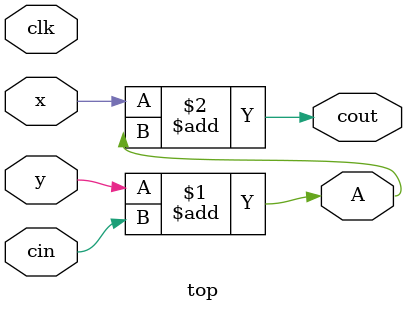
<source format=v>
module top
(
 input x,
 input y,
 input cin,
 input clk,

 output A,
 output cout
 );

 assign    A =  y + cin;
 assign   cout =  x + A;

endmodule

</source>
